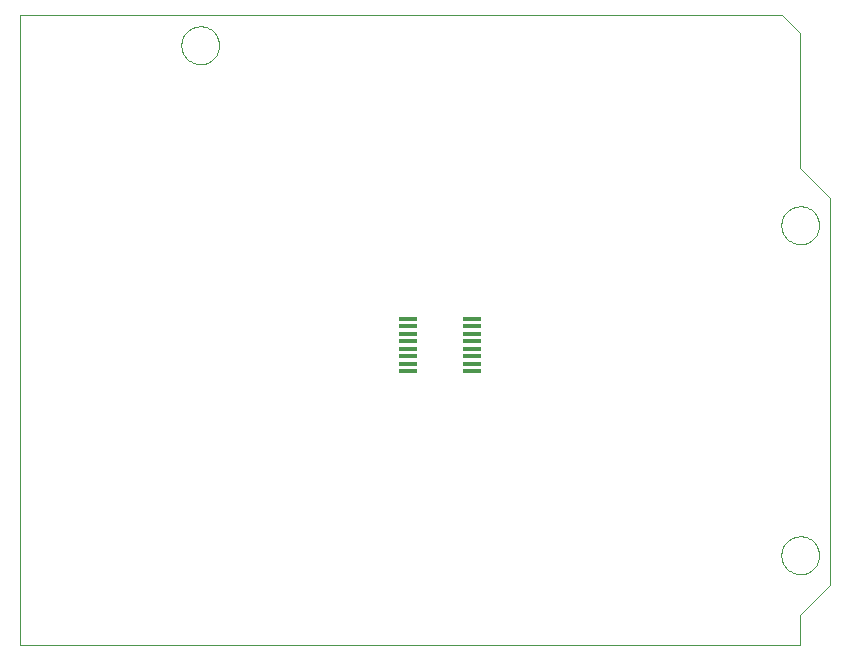
<source format=gtp>
G75*
G70*
%OFA0B0*%
%FSLAX24Y24*%
%IPPOS*%
%LPD*%
%AMOC8*
5,1,8,0,0,1.08239X$1,22.5*
%
%ADD10C,0.0000*%
%ADD11R,0.0591X0.0177*%
D10*
X002631Y000101D02*
X002631Y021101D01*
X028031Y021101D01*
X028631Y020501D01*
X028631Y016001D01*
X029631Y015001D01*
X029631Y002101D01*
X028631Y001101D01*
X028631Y000101D01*
X002631Y000101D01*
X028001Y003101D02*
X028003Y003151D01*
X028009Y003201D01*
X028019Y003250D01*
X028033Y003298D01*
X028050Y003345D01*
X028071Y003390D01*
X028096Y003434D01*
X028124Y003475D01*
X028156Y003514D01*
X028190Y003551D01*
X028227Y003585D01*
X028267Y003615D01*
X028309Y003642D01*
X028353Y003666D01*
X028399Y003687D01*
X028446Y003703D01*
X028494Y003716D01*
X028544Y003725D01*
X028593Y003730D01*
X028644Y003731D01*
X028694Y003728D01*
X028743Y003721D01*
X028792Y003710D01*
X028840Y003695D01*
X028886Y003677D01*
X028931Y003655D01*
X028974Y003629D01*
X029015Y003600D01*
X029054Y003568D01*
X029090Y003533D01*
X029122Y003495D01*
X029152Y003455D01*
X029179Y003412D01*
X029202Y003368D01*
X029221Y003322D01*
X029237Y003274D01*
X029249Y003225D01*
X029257Y003176D01*
X029261Y003126D01*
X029261Y003076D01*
X029257Y003026D01*
X029249Y002977D01*
X029237Y002928D01*
X029221Y002880D01*
X029202Y002834D01*
X029179Y002790D01*
X029152Y002747D01*
X029122Y002707D01*
X029090Y002669D01*
X029054Y002634D01*
X029015Y002602D01*
X028974Y002573D01*
X028931Y002547D01*
X028886Y002525D01*
X028840Y002507D01*
X028792Y002492D01*
X028743Y002481D01*
X028694Y002474D01*
X028644Y002471D01*
X028593Y002472D01*
X028544Y002477D01*
X028494Y002486D01*
X028446Y002499D01*
X028399Y002515D01*
X028353Y002536D01*
X028309Y002560D01*
X028267Y002587D01*
X028227Y002617D01*
X028190Y002651D01*
X028156Y002688D01*
X028124Y002727D01*
X028096Y002768D01*
X028071Y002812D01*
X028050Y002857D01*
X028033Y002904D01*
X028019Y002952D01*
X028009Y003001D01*
X028003Y003051D01*
X028001Y003101D01*
X028001Y014101D02*
X028003Y014151D01*
X028009Y014201D01*
X028019Y014250D01*
X028033Y014298D01*
X028050Y014345D01*
X028071Y014390D01*
X028096Y014434D01*
X028124Y014475D01*
X028156Y014514D01*
X028190Y014551D01*
X028227Y014585D01*
X028267Y014615D01*
X028309Y014642D01*
X028353Y014666D01*
X028399Y014687D01*
X028446Y014703D01*
X028494Y014716D01*
X028544Y014725D01*
X028593Y014730D01*
X028644Y014731D01*
X028694Y014728D01*
X028743Y014721D01*
X028792Y014710D01*
X028840Y014695D01*
X028886Y014677D01*
X028931Y014655D01*
X028974Y014629D01*
X029015Y014600D01*
X029054Y014568D01*
X029090Y014533D01*
X029122Y014495D01*
X029152Y014455D01*
X029179Y014412D01*
X029202Y014368D01*
X029221Y014322D01*
X029237Y014274D01*
X029249Y014225D01*
X029257Y014176D01*
X029261Y014126D01*
X029261Y014076D01*
X029257Y014026D01*
X029249Y013977D01*
X029237Y013928D01*
X029221Y013880D01*
X029202Y013834D01*
X029179Y013790D01*
X029152Y013747D01*
X029122Y013707D01*
X029090Y013669D01*
X029054Y013634D01*
X029015Y013602D01*
X028974Y013573D01*
X028931Y013547D01*
X028886Y013525D01*
X028840Y013507D01*
X028792Y013492D01*
X028743Y013481D01*
X028694Y013474D01*
X028644Y013471D01*
X028593Y013472D01*
X028544Y013477D01*
X028494Y013486D01*
X028446Y013499D01*
X028399Y013515D01*
X028353Y013536D01*
X028309Y013560D01*
X028267Y013587D01*
X028227Y013617D01*
X028190Y013651D01*
X028156Y013688D01*
X028124Y013727D01*
X028096Y013768D01*
X028071Y013812D01*
X028050Y013857D01*
X028033Y013904D01*
X028019Y013952D01*
X028009Y014001D01*
X028003Y014051D01*
X028001Y014101D01*
X008001Y020101D02*
X008003Y020151D01*
X008009Y020201D01*
X008019Y020250D01*
X008033Y020298D01*
X008050Y020345D01*
X008071Y020390D01*
X008096Y020434D01*
X008124Y020475D01*
X008156Y020514D01*
X008190Y020551D01*
X008227Y020585D01*
X008267Y020615D01*
X008309Y020642D01*
X008353Y020666D01*
X008399Y020687D01*
X008446Y020703D01*
X008494Y020716D01*
X008544Y020725D01*
X008593Y020730D01*
X008644Y020731D01*
X008694Y020728D01*
X008743Y020721D01*
X008792Y020710D01*
X008840Y020695D01*
X008886Y020677D01*
X008931Y020655D01*
X008974Y020629D01*
X009015Y020600D01*
X009054Y020568D01*
X009090Y020533D01*
X009122Y020495D01*
X009152Y020455D01*
X009179Y020412D01*
X009202Y020368D01*
X009221Y020322D01*
X009237Y020274D01*
X009249Y020225D01*
X009257Y020176D01*
X009261Y020126D01*
X009261Y020076D01*
X009257Y020026D01*
X009249Y019977D01*
X009237Y019928D01*
X009221Y019880D01*
X009202Y019834D01*
X009179Y019790D01*
X009152Y019747D01*
X009122Y019707D01*
X009090Y019669D01*
X009054Y019634D01*
X009015Y019602D01*
X008974Y019573D01*
X008931Y019547D01*
X008886Y019525D01*
X008840Y019507D01*
X008792Y019492D01*
X008743Y019481D01*
X008694Y019474D01*
X008644Y019471D01*
X008593Y019472D01*
X008544Y019477D01*
X008494Y019486D01*
X008446Y019499D01*
X008399Y019515D01*
X008353Y019536D01*
X008309Y019560D01*
X008267Y019587D01*
X008227Y019617D01*
X008190Y019651D01*
X008156Y019688D01*
X008124Y019727D01*
X008096Y019768D01*
X008071Y019812D01*
X008050Y019857D01*
X008033Y019904D01*
X008019Y019952D01*
X008009Y020001D01*
X008003Y020051D01*
X008001Y020101D01*
D11*
X015571Y010976D03*
X015571Y010726D03*
X015571Y010476D03*
X015571Y010226D03*
X015571Y009976D03*
X015571Y009726D03*
X015571Y009476D03*
X015571Y009226D03*
X017690Y009226D03*
X017690Y009476D03*
X017690Y009726D03*
X017690Y009976D03*
X017690Y010226D03*
X017690Y010476D03*
X017690Y010726D03*
X017690Y010976D03*
M02*

</source>
